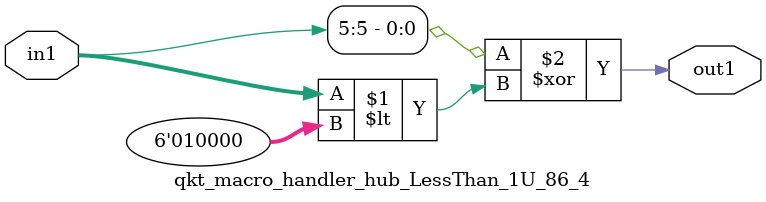
<source format=v>

`timescale 1ps / 1ps


module qkt_macro_handler_hub_LessThan_1U_86_4( in1, out1 );

    input [5:0] in1;
    output out1;

    
    // rtl_process:qkt_macro_handler_hub_LessThan_1U_86_4/qkt_macro_handler_hub_LessThan_1U_86_4_thread_1
    assign out1 = (in1[5] ^ in1 < 6'd16);

endmodule


</source>
